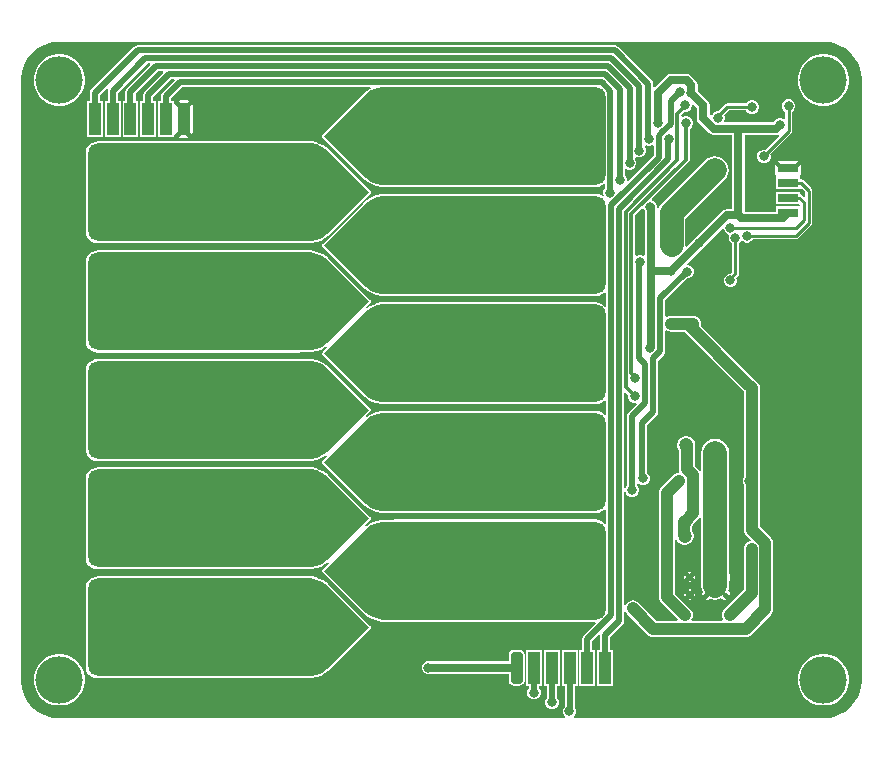
<source format=gbl>
G04*
G04 #@! TF.GenerationSoftware,Altium Limited,Altium Designer,21.6.1 (37)*
G04*
G04 Layer_Physical_Order=2*
G04 Layer_Color=16711680*
%FSLAX44Y44*%
%MOMM*%
G71*
G04*
G04 #@! TF.SameCoordinates,ED4FE337-CE33-4479-A5C8-1B7B9E4D1B90*
G04*
G04*
G04 #@! TF.FilePolarity,Positive*
G04*
G01*
G75*
%ADD10C,0.5000*%
%ADD16C,0.2500*%
%ADD30R,1.0000X2.7000*%
%ADD69C,2.0000*%
%ADD71C,0.7000*%
%ADD73C,1.0000*%
%ADD74C,0.3000*%
%ADD76C,4.0000*%
%ADD77C,0.4000*%
%ADD79C,0.7000*%
%ADD80C,0.8000*%
%ADD81C,1.2000*%
G04:AMPARAMS|DCode=82|XSize=1mm|YSize=2.7mm|CornerRadius=0.25mm|HoleSize=0mm|Usage=FLASHONLY|Rotation=0.000|XOffset=0mm|YOffset=0mm|HoleType=Round|Shape=RoundedRectangle|*
%AMROUNDEDRECTD82*
21,1,1.0000,2.2000,0,0,0.0*
21,1,0.5000,2.7000,0,0,0.0*
1,1,0.5000,0.2500,-1.1000*
1,1,0.5000,-0.2500,-1.1000*
1,1,0.5000,-0.2500,1.1000*
1,1,0.5000,0.2500,1.1000*
%
%ADD82ROUNDEDRECTD82*%
G04:AMPARAMS|DCode=83|XSize=18.75mm|YSize=8.3mm|CornerRadius=0.83mm|HoleSize=0mm|Usage=FLASHONLY|Rotation=0.000|XOffset=0mm|YOffset=0mm|HoleType=Round|Shape=RoundedRectangle|*
%AMROUNDEDRECTD83*
21,1,18.7500,6.6400,0,0,0.0*
21,1,17.0900,8.3000,0,0,0.0*
1,1,1.6600,8.5450,-3.3200*
1,1,1.6600,-8.5450,-3.3200*
1,1,1.6600,-8.5450,3.3200*
1,1,1.6600,8.5450,3.3200*
%
%ADD83ROUNDEDRECTD83*%
%ADD84R,1.7000X0.7000*%
G36*
X1452644Y1300986D02*
X1456754Y1299885D01*
X1460684Y1298257D01*
X1464368Y1296130D01*
X1467742Y1293540D01*
X1470750Y1290533D01*
X1473340Y1287157D01*
X1475467Y1283474D01*
X1477095Y1279544D01*
X1478196Y1275434D01*
X1478751Y1271217D01*
Y1269090D01*
Y761260D01*
Y759133D01*
X1478196Y754916D01*
X1477095Y750807D01*
X1475467Y746876D01*
X1473340Y743192D01*
X1470750Y739818D01*
X1467742Y736810D01*
X1464368Y734220D01*
X1460684Y732093D01*
X1456754Y730465D01*
X1452644Y729364D01*
X1448427Y728809D01*
X1235282D01*
X1234782Y730079D01*
X1236032Y731329D01*
X1236900Y733424D01*
Y735691D01*
X1236032Y737786D01*
X1235767Y738051D01*
Y756371D01*
X1238185D01*
Y786771D01*
X1224785D01*
Y756371D01*
X1227203D01*
Y738622D01*
X1226368Y737786D01*
X1225500Y735691D01*
Y733424D01*
X1226368Y731329D01*
X1227618Y730079D01*
X1227118Y728809D01*
X797273D01*
X793056Y729364D01*
X788947Y730465D01*
X785016Y732093D01*
X781332Y734220D01*
X777958Y736809D01*
X774950Y739818D01*
X772360Y743192D01*
X770233Y746876D01*
X768605Y750807D01*
X767504Y754916D01*
X766949Y759133D01*
Y761260D01*
Y1269090D01*
Y1271217D01*
X767504Y1275434D01*
X768605Y1279544D01*
X770233Y1283474D01*
X772360Y1287158D01*
X774950Y1290532D01*
X777958Y1293540D01*
X781332Y1296130D01*
X785016Y1298257D01*
X788947Y1299885D01*
X793056Y1300986D01*
X797273Y1301541D01*
X1448427D01*
X1452644Y1300986D01*
D02*
G37*
%LPC*%
G36*
X1448437Y1290792D02*
X1444163D01*
X1439970Y1289958D01*
X1436021Y1288323D01*
X1432467Y1285948D01*
X1429444Y1282925D01*
X1427070Y1279371D01*
X1425434Y1275422D01*
X1424600Y1271230D01*
Y1266955D01*
X1425434Y1262763D01*
X1427070Y1258814D01*
X1429444Y1255259D01*
X1432467Y1252237D01*
X1436021Y1249862D01*
X1439970Y1248226D01*
X1444163Y1247393D01*
X1448437D01*
X1452630Y1248226D01*
X1456579Y1249862D01*
X1460133Y1252237D01*
X1463156Y1255259D01*
X1465530Y1258814D01*
X1467166Y1262763D01*
X1468000Y1266955D01*
Y1271230D01*
X1467166Y1275422D01*
X1465530Y1279371D01*
X1463156Y1282925D01*
X1460133Y1285948D01*
X1456579Y1288323D01*
X1452630Y1289958D01*
X1448437Y1290792D01*
D02*
G37*
G36*
X801537D02*
X797263D01*
X793070Y1289958D01*
X789121Y1288323D01*
X785567Y1285948D01*
X782544Y1282925D01*
X780170Y1279371D01*
X778534Y1275422D01*
X777700Y1271230D01*
Y1266955D01*
X778534Y1262763D01*
X780170Y1258814D01*
X782544Y1255259D01*
X785567Y1252237D01*
X789121Y1249862D01*
X793070Y1248226D01*
X797263Y1247393D01*
X801537D01*
X805730Y1248226D01*
X809679Y1249862D01*
X813233Y1252237D01*
X816255Y1255259D01*
X818630Y1258814D01*
X820266Y1262763D01*
X821100Y1266955D01*
Y1271230D01*
X820266Y1275422D01*
X818630Y1279371D01*
X816255Y1282925D01*
X813233Y1285948D01*
X809679Y1288323D01*
X805730Y1289958D01*
X801537Y1290792D01*
D02*
G37*
G36*
X907110Y1252139D02*
X902110D01*
X900183Y1251755D01*
X904610Y1247328D01*
X909037Y1251755D01*
X907110Y1252139D01*
D02*
G37*
G36*
X904610Y1224671D02*
X900183Y1220245D01*
X902110Y1219861D01*
X907110D01*
X909037Y1220245D01*
X904610Y1224671D01*
D02*
G37*
G36*
X1269595Y1298575D02*
X865592D01*
X863954Y1298249D01*
X862564Y1297320D01*
X826582Y1261338D01*
X825653Y1259949D01*
X825328Y1258310D01*
Y1251200D01*
X822910D01*
Y1220800D01*
X836310D01*
Y1251200D01*
X833892D01*
Y1256536D01*
X839532Y1262176D01*
X840588Y1261571D01*
X840642Y1261490D01*
X840328Y1259910D01*
Y1251200D01*
X837910D01*
Y1220800D01*
X851310D01*
Y1251200D01*
X848892D01*
Y1258136D01*
X874066Y1283310D01*
X875895D01*
X876381Y1282137D01*
X856582Y1262338D01*
X855653Y1260948D01*
X855328Y1259310D01*
Y1251200D01*
X852910D01*
Y1220800D01*
X866310D01*
Y1251200D01*
X863892D01*
Y1257536D01*
X882966Y1276610D01*
X886795D01*
X887281Y1275437D01*
X871582Y1259738D01*
X870654Y1258348D01*
X870328Y1256710D01*
Y1251200D01*
X867910D01*
Y1220800D01*
X881310D01*
Y1251200D01*
X878892D01*
Y1254936D01*
X893866Y1269910D01*
X896495D01*
X896981Y1268737D01*
X886582Y1258338D01*
X885653Y1256948D01*
X885328Y1255310D01*
Y1251200D01*
X882910D01*
Y1220800D01*
X896310D01*
Y1222323D01*
X896732Y1222451D01*
X903195Y1228914D01*
X904610Y1227500D01*
X906024Y1228914D01*
X911865Y1223073D01*
X912249Y1225000D01*
Y1247000D01*
X911865Y1248927D01*
X906024Y1243086D01*
X904610Y1244500D01*
X903195Y1243086D01*
X896732Y1249549D01*
X896310Y1249677D01*
Y1251200D01*
X893892D01*
Y1253536D01*
X903566Y1263210D01*
X1062835D01*
X1063091Y1261966D01*
X1062817Y1261848D01*
X1062676Y1261751D01*
X1062519Y1261684D01*
X1058420Y1258864D01*
X1058301Y1258741D01*
X1058160Y1258645D01*
X1056435Y1256872D01*
X1022381Y1222818D01*
X1022005Y1222256D01*
X1021873Y1221592D01*
X1022005Y1220929D01*
X1022381Y1220367D01*
X1056241Y1186506D01*
X1056241Y1186506D01*
X1058010Y1184737D01*
X1058152Y1184642D01*
X1058273Y1184522D01*
X1062433Y1181742D01*
X1062591Y1181677D01*
X1062733Y1181582D01*
X1067355Y1179667D01*
X1067523Y1179634D01*
X1067680Y1179568D01*
X1072588Y1178592D01*
X1072758D01*
X1072926Y1178559D01*
X1075427Y1178559D01*
X1082014D01*
X1082417Y1178506D01*
X1253317D01*
X1255927Y1178850D01*
X1258360Y1179857D01*
X1260265Y1181319D01*
X1261535Y1180994D01*
Y1177524D01*
X1260904Y1176893D01*
X1260036Y1174798D01*
Y1172530D01*
X1260514Y1171376D01*
X1259471Y1170575D01*
X1258360Y1171428D01*
X1255927Y1172436D01*
X1253317Y1172779D01*
X1082417D01*
X1082014Y1172726D01*
X1075427D01*
X1075416Y1172724D01*
X1075404Y1172726D01*
X1072916Y1172692D01*
X1072749Y1172657D01*
X1072579Y1172655D01*
X1067712Y1171618D01*
X1067555Y1171551D01*
X1067388Y1171515D01*
X1062817Y1169549D01*
X1062676Y1169452D01*
X1062519Y1169385D01*
X1058420Y1166564D01*
X1058301Y1166442D01*
X1058160Y1166345D01*
X1056435Y1164573D01*
X1022381Y1130519D01*
X1022005Y1129956D01*
X1021873Y1129293D01*
X1022005Y1128630D01*
X1022381Y1128067D01*
X1056241Y1094207D01*
X1056241Y1094207D01*
X1058010Y1092438D01*
X1058152Y1092343D01*
X1058273Y1092222D01*
X1062433Y1089443D01*
X1062591Y1089377D01*
X1062733Y1089282D01*
X1067355Y1087368D01*
X1067523Y1087334D01*
X1067680Y1087269D01*
X1072588Y1086293D01*
X1072758D01*
X1072926Y1086260D01*
X1075427Y1086260D01*
X1082014D01*
X1082417Y1086207D01*
X1253317D01*
X1255927Y1086551D01*
X1258360Y1087558D01*
X1260449Y1089161D01*
X1261098Y1090006D01*
X1262368Y1089575D01*
Y1077710D01*
X1261098Y1077279D01*
X1260449Y1078124D01*
X1258360Y1079727D01*
X1255927Y1080735D01*
X1253317Y1081079D01*
X1082417D01*
X1082014Y1081026D01*
X1075427D01*
X1075416Y1081023D01*
X1075404Y1081026D01*
X1072916Y1080992D01*
X1072749Y1080956D01*
X1072579Y1080954D01*
X1067712Y1079917D01*
X1067555Y1079850D01*
X1067388Y1079814D01*
X1062817Y1077848D01*
X1062676Y1077751D01*
X1062519Y1077684D01*
X1059629Y1075696D01*
X1058813Y1076676D01*
X1062819Y1080682D01*
X1063195Y1081244D01*
X1063327Y1081908D01*
X1063195Y1082571D01*
X1062819Y1083133D01*
X1028959Y1116994D01*
X1028959Y1116994D01*
X1027190Y1118763D01*
X1027048Y1118857D01*
X1026927Y1118978D01*
X1022767Y1121758D01*
X1022609Y1121823D01*
X1022467Y1121918D01*
X1017845Y1123833D01*
X1017677Y1123866D01*
X1017520Y1123931D01*
X1012612Y1124908D01*
X1012442D01*
X1012274Y1124941D01*
X1009773Y1124941D01*
X1009773Y1124941D01*
X1003186D01*
X1002783Y1124994D01*
X831883D01*
X829273Y1124650D01*
X826840Y1123643D01*
X824751Y1122040D01*
X823148Y1119951D01*
X822141Y1117518D01*
X821797Y1114908D01*
Y1048508D01*
X822141Y1045897D01*
X823148Y1043464D01*
X824751Y1041375D01*
X826840Y1039772D01*
X829273Y1038765D01*
X831883Y1038421D01*
X1002783D01*
X1003186Y1038474D01*
X1009773D01*
X1009784Y1038476D01*
X1009796Y1038474D01*
X1012284Y1038508D01*
X1012451Y1038544D01*
X1012622Y1038546D01*
X1017488Y1039583D01*
X1017645Y1039650D01*
X1017812Y1039686D01*
X1022383Y1041652D01*
X1022524Y1041749D01*
X1022681Y1041816D01*
X1025571Y1043804D01*
X1026387Y1042824D01*
X1022381Y1038818D01*
X1022005Y1038256D01*
X1021873Y1037592D01*
X1022005Y1036929D01*
X1022381Y1036367D01*
X1056241Y1002506D01*
X1056241Y1002506D01*
X1058010Y1000737D01*
X1058152Y1000642D01*
X1058273Y1000522D01*
X1062433Y997742D01*
X1062591Y997677D01*
X1062733Y997582D01*
X1067355Y995667D01*
X1067523Y995634D01*
X1067680Y995568D01*
X1072588Y994592D01*
X1072758D01*
X1072926Y994559D01*
X1075427Y994559D01*
X1082014D01*
X1082417Y994506D01*
X1253317D01*
X1255927Y994850D01*
X1258360Y995857D01*
X1260449Y997460D01*
X1261098Y998306D01*
X1262368Y997875D01*
Y985710D01*
X1261098Y985279D01*
X1260449Y986124D01*
X1258360Y987727D01*
X1255927Y988735D01*
X1253317Y989079D01*
X1082417D01*
X1082014Y989026D01*
X1075427D01*
X1075416Y989023D01*
X1075404Y989026D01*
X1072916Y988992D01*
X1072749Y988956D01*
X1072579Y988954D01*
X1067712Y987917D01*
X1067555Y987850D01*
X1067388Y987814D01*
X1062817Y985848D01*
X1062676Y985751D01*
X1062519Y985684D01*
X1059629Y983696D01*
X1058813Y984676D01*
X1062819Y988682D01*
X1063195Y989244D01*
X1063327Y989908D01*
X1063195Y990571D01*
X1062819Y991133D01*
X1028959Y1024994D01*
X1028959Y1024994D01*
X1027190Y1026763D01*
X1027048Y1026858D01*
X1026927Y1026978D01*
X1022767Y1029758D01*
X1022609Y1029823D01*
X1022467Y1029918D01*
X1017845Y1031833D01*
X1017677Y1031866D01*
X1017520Y1031931D01*
X1012612Y1032907D01*
X1012442D01*
X1012274Y1032941D01*
X1009773Y1032941D01*
X1009773Y1032941D01*
X1003186D01*
X1002783Y1032994D01*
X831883D01*
X829273Y1032650D01*
X826840Y1031643D01*
X824751Y1030040D01*
X823148Y1027951D01*
X822141Y1025518D01*
X821797Y1022907D01*
Y956507D01*
X822141Y953897D01*
X823148Y951464D01*
X824751Y949375D01*
X826840Y947773D01*
X829273Y946765D01*
X831883Y946421D01*
X1002783D01*
X1003186Y946474D01*
X1009773D01*
X1009784Y946477D01*
X1009796Y946474D01*
X1012284Y946508D01*
X1012451Y946544D01*
X1012622Y946546D01*
X1017488Y947582D01*
X1017645Y947650D01*
X1017812Y947685D01*
X1022383Y949652D01*
X1022524Y949749D01*
X1022681Y949816D01*
X1025571Y951804D01*
X1026387Y950824D01*
X1022381Y946818D01*
X1022005Y946256D01*
X1021873Y945592D01*
X1022005Y944929D01*
X1022381Y944367D01*
X1056241Y910506D01*
X1056241Y910506D01*
X1058010Y908737D01*
X1058152Y908643D01*
X1058273Y908522D01*
X1062433Y905742D01*
X1062591Y905677D01*
X1062733Y905582D01*
X1067355Y903667D01*
X1067523Y903634D01*
X1067680Y903568D01*
X1072588Y902592D01*
X1072758D01*
X1072926Y902559D01*
X1075427Y902559D01*
X1082014D01*
X1082417Y902506D01*
X1253317D01*
X1255927Y902850D01*
X1258360Y903857D01*
X1260449Y905460D01*
X1261098Y906306D01*
X1262368Y905875D01*
Y893643D01*
X1261098Y893212D01*
X1260422Y894092D01*
X1258333Y895695D01*
X1255901Y896702D01*
X1253290Y897046D01*
X1082390D01*
X1081988Y896993D01*
X1075401D01*
X1075389Y896991D01*
X1075377Y896993D01*
X1072890Y896959D01*
X1072723Y896924D01*
X1072552Y896922D01*
X1067685Y895885D01*
X1067528Y895817D01*
X1067361Y895782D01*
X1062790Y893816D01*
X1062650Y893719D01*
X1062493Y893652D01*
X1058624Y890990D01*
X1057808Y891970D01*
X1062819Y896981D01*
X1063195Y897544D01*
X1063327Y898207D01*
X1063195Y898870D01*
X1062819Y899433D01*
X1028959Y933293D01*
X1028959Y933293D01*
X1027190Y935062D01*
X1027048Y935157D01*
X1026927Y935278D01*
X1022767Y938057D01*
X1022609Y938123D01*
X1022467Y938217D01*
X1017845Y940132D01*
X1017677Y940165D01*
X1017520Y940231D01*
X1012612Y941207D01*
X1012442D01*
X1012274Y941240D01*
X1009773Y941240D01*
X1009773Y941240D01*
X1003186D01*
X1002783Y941293D01*
X831883D01*
X829273Y940949D01*
X826840Y939942D01*
X824751Y938339D01*
X823148Y936250D01*
X822141Y933817D01*
X821797Y931207D01*
Y864807D01*
X822141Y862196D01*
X823148Y859764D01*
X824751Y857675D01*
X826840Y856072D01*
X829273Y855064D01*
X831883Y854721D01*
X1002783D01*
X1003186Y854774D01*
X1009773D01*
X1009784Y854776D01*
X1009796Y854774D01*
X1012284Y854807D01*
X1012451Y854843D01*
X1012622Y854845D01*
X1017488Y855882D01*
X1017645Y855949D01*
X1017812Y855985D01*
X1022383Y857951D01*
X1022524Y858048D01*
X1022681Y858115D01*
X1026549Y860777D01*
X1027365Y859797D01*
X1022354Y854786D01*
X1021978Y854223D01*
X1021846Y853560D01*
X1021978Y852897D01*
X1022354Y852334D01*
X1056215Y818474D01*
X1056215Y818474D01*
X1057984Y816705D01*
X1058126Y816610D01*
X1058246Y816489D01*
X1062406Y813709D01*
X1062564Y813644D01*
X1062706Y813549D01*
X1067329Y811635D01*
X1067496Y811601D01*
X1067654Y811536D01*
X1072561Y810560D01*
X1072732D01*
X1072899Y810527D01*
X1075401Y810527D01*
X1081988D01*
X1082390Y810474D01*
X1253029D01*
X1253743Y809391D01*
X1243457Y799105D01*
X1242529Y797716D01*
X1242203Y796077D01*
Y786771D01*
X1239785D01*
Y756371D01*
X1253185D01*
Y786771D01*
X1250767D01*
Y794303D01*
X1255972Y799508D01*
X1256622Y799338D01*
X1257203Y798943D01*
Y786771D01*
X1254785D01*
Y756371D01*
X1268185D01*
Y786771D01*
X1265767D01*
Y797411D01*
X1276378Y808022D01*
X1277306Y809411D01*
X1277632Y811050D01*
Y818661D01*
X1278902Y818914D01*
X1279148Y818321D01*
X1280222Y816921D01*
X1297542Y799602D01*
X1298941Y798528D01*
X1300571Y797852D01*
X1302320Y797622D01*
X1380680D01*
X1382429Y797852D01*
X1384059Y798528D01*
X1385458Y799602D01*
X1402045Y816189D01*
X1403120Y817588D01*
X1403795Y819218D01*
X1404025Y820967D01*
Y876879D01*
X1403795Y878628D01*
X1403120Y880258D01*
X1402046Y881658D01*
X1392458Y891245D01*
Y1008100D01*
X1392227Y1009849D01*
X1391552Y1011479D01*
X1390478Y1012878D01*
X1385678Y1017678D01*
X1342527Y1060830D01*
X1342625Y1061067D01*
X1342856Y1062816D01*
X1342625Y1064565D01*
X1341950Y1066195D01*
X1340876Y1067594D01*
X1339477Y1068668D01*
X1337847Y1069343D01*
X1336098Y1069574D01*
X1317302D01*
X1315553Y1069343D01*
X1313923Y1068668D01*
X1313654Y1068462D01*
X1312384Y1069088D01*
Y1082428D01*
X1331056Y1101100D01*
X1331834D01*
X1333929Y1101968D01*
X1335532Y1103571D01*
X1336400Y1105666D01*
Y1107934D01*
X1335532Y1110029D01*
X1333929Y1111632D01*
X1331834Y1112500D01*
X1331588D01*
X1331102Y1113673D01*
X1342948Y1125520D01*
X1343910Y1125918D01*
X1345513Y1127522D01*
X1345911Y1128483D01*
X1360527Y1143098D01*
X1361873Y1142649D01*
X1362568Y1140971D01*
X1364171Y1139368D01*
X1365625Y1138766D01*
X1366403Y1137327D01*
X1366150Y1136715D01*
Y1134447D01*
X1367018Y1132352D01*
X1368621Y1130749D01*
X1368842Y1130657D01*
Y1106584D01*
X1367458Y1105200D01*
X1366366D01*
X1364271Y1104332D01*
X1362668Y1102729D01*
X1361800Y1100634D01*
Y1098366D01*
X1362668Y1096271D01*
X1364271Y1094668D01*
X1366366Y1093800D01*
X1368634D01*
X1370729Y1094668D01*
X1372332Y1096271D01*
X1373200Y1098366D01*
Y1100634D01*
X1372672Y1101907D01*
X1373977Y1103211D01*
X1374629Y1104187D01*
X1374858Y1105338D01*
Y1130657D01*
X1375079Y1130749D01*
X1376682Y1132352D01*
X1376759Y1132537D01*
X1378004Y1132785D01*
X1378371Y1132418D01*
X1380466Y1131550D01*
X1382734D01*
X1384829Y1132418D01*
X1386432Y1134021D01*
X1386524Y1134242D01*
X1422850D01*
X1424001Y1134471D01*
X1424977Y1135123D01*
X1436130Y1146276D01*
X1436782Y1147251D01*
X1437011Y1148402D01*
Y1175502D01*
X1436782Y1176653D01*
X1436130Y1177629D01*
X1429682Y1184077D01*
X1428707Y1184729D01*
X1427556Y1184958D01*
X1426587D01*
Y1187140D01*
X1426588Y1187150D01*
X1426611Y1188410D01*
X1427427D01*
Y1197662D01*
X1422802Y1193036D01*
X1419973Y1195864D01*
X1424599Y1200490D01*
X1408176D01*
X1412802Y1195864D01*
X1409973Y1193036D01*
X1405347Y1197662D01*
Y1188410D01*
X1406163D01*
X1406187Y1187150D01*
X1406187Y1187140D01*
Y1176750D01*
X1426587D01*
Y1177005D01*
X1427761Y1177491D01*
X1430995Y1174257D01*
Y1170223D01*
X1429822Y1169737D01*
X1427982Y1171577D01*
X1427007Y1172229D01*
X1426587Y1172312D01*
Y1174650D01*
X1406187D01*
Y1164250D01*
X1425894D01*
X1426458Y1163200D01*
X1425894Y1162150D01*
X1416900D01*
X1416387Y1162252D01*
X1415875Y1162150D01*
X1406187D01*
Y1157643D01*
X1379702D01*
Y1222645D01*
X1405975D01*
X1408004Y1223049D01*
X1408089Y1223106D01*
X1408899Y1222120D01*
X1397069Y1210290D01*
X1397043Y1210300D01*
X1394775D01*
X1392680Y1209432D01*
X1391077Y1207829D01*
X1390209Y1205734D01*
Y1203466D01*
X1391077Y1201372D01*
X1392680Y1199768D01*
X1394775Y1198900D01*
X1397043D01*
X1399138Y1199768D01*
X1400741Y1201372D01*
X1401609Y1203466D01*
Y1205734D01*
X1401437Y1206150D01*
X1419027Y1223740D01*
X1419679Y1224716D01*
X1419908Y1225867D01*
Y1242176D01*
X1420129Y1242268D01*
X1421732Y1243871D01*
X1422600Y1245966D01*
Y1248234D01*
X1421732Y1250329D01*
X1420129Y1251932D01*
X1418034Y1252800D01*
X1415766D01*
X1413671Y1251932D01*
X1412068Y1250329D01*
X1411200Y1248234D01*
Y1245966D01*
X1412068Y1243871D01*
X1413671Y1242268D01*
X1413892Y1242176D01*
Y1236431D01*
X1412719Y1235944D01*
X1412679Y1235984D01*
X1410584Y1236852D01*
X1408316D01*
X1406221Y1235984D01*
X1404618Y1234381D01*
X1404149Y1233249D01*
X1363075D01*
X1362333Y1234519D01*
X1362952Y1236014D01*
Y1238281D01*
X1362425Y1239555D01*
X1366263Y1243392D01*
X1380876D01*
X1380968Y1243171D01*
X1382571Y1241568D01*
X1384666Y1240700D01*
X1386934D01*
X1389029Y1241568D01*
X1390632Y1243171D01*
X1391500Y1245266D01*
Y1247534D01*
X1390632Y1249629D01*
X1389029Y1251232D01*
X1386934Y1252100D01*
X1384666D01*
X1382571Y1251232D01*
X1380968Y1249629D01*
X1380876Y1249408D01*
X1365017D01*
X1363866Y1249179D01*
X1362890Y1248527D01*
X1362890Y1248527D01*
X1357211Y1242847D01*
X1356119D01*
X1354024Y1241980D01*
X1352420Y1240376D01*
X1352001Y1239364D01*
X1350628Y1239015D01*
X1349895Y1239614D01*
Y1247909D01*
X1349492Y1249938D01*
X1348342Y1251658D01*
X1339804Y1260196D01*
Y1264900D01*
X1339401Y1266928D01*
X1338251Y1268649D01*
X1334151Y1272749D01*
X1332431Y1273898D01*
X1330402Y1274302D01*
X1317000D01*
X1314971Y1273898D01*
X1313251Y1272749D01*
X1303578Y1263076D01*
X1302308Y1263602D01*
Y1265862D01*
X1301982Y1267501D01*
X1301054Y1268890D01*
X1272623Y1297320D01*
X1271234Y1298249D01*
X1269595Y1298575D01*
D02*
G37*
G36*
X1002810Y1217326D02*
X831910D01*
X829299Y1216983D01*
X826867Y1215975D01*
X824778Y1214372D01*
X823175Y1212283D01*
X822167Y1209850D01*
X821824Y1207240D01*
Y1140840D01*
X822167Y1138230D01*
X823175Y1135797D01*
X824778Y1133708D01*
X826867Y1132105D01*
X829299Y1131097D01*
X831910Y1130754D01*
X1002810D01*
X1003212Y1130807D01*
X1009799D01*
X1009811Y1130809D01*
X1009823Y1130807D01*
X1012310Y1130841D01*
X1012477Y1130876D01*
X1012648Y1130878D01*
X1017515Y1131915D01*
X1017672Y1131982D01*
X1017839Y1132018D01*
X1022410Y1133984D01*
X1022550Y1134081D01*
X1022707Y1134148D01*
X1026807Y1136969D01*
X1026926Y1137091D01*
X1027066Y1137188D01*
X1028792Y1138960D01*
X1062846Y1173014D01*
X1063222Y1173577D01*
X1063354Y1174240D01*
X1063222Y1174903D01*
X1062846Y1175466D01*
X1028985Y1209326D01*
X1028985Y1209326D01*
X1027216Y1211095D01*
X1027075Y1211190D01*
X1026954Y1211311D01*
X1022794Y1214090D01*
X1022636Y1214156D01*
X1022494Y1214251D01*
X1017871Y1216165D01*
X1017704Y1216199D01*
X1017546Y1216264D01*
X1012639Y1217240D01*
X1012468D01*
X1012301Y1217273D01*
X1009799Y1217273D01*
X1009799Y1217273D01*
X1003212D01*
X1002810Y1217326D01*
D02*
G37*
G36*
X1188985Y786853D02*
X1183985D01*
X1182346Y786527D01*
X1180957Y785599D01*
X1180029Y784210D01*
X1179703Y782571D01*
Y776873D01*
X1113966D01*
X1113005Y777271D01*
X1110737D01*
X1108642Y776403D01*
X1107039Y774800D01*
X1106171Y772705D01*
Y770437D01*
X1107039Y768342D01*
X1108642Y766739D01*
X1110737Y765871D01*
X1113005D01*
X1113966Y766269D01*
X1179703D01*
Y760571D01*
X1180029Y758932D01*
X1180957Y757543D01*
X1182346Y756615D01*
X1183985Y756289D01*
X1188985D01*
X1190624Y756615D01*
X1192013Y757543D01*
X1192941Y758932D01*
X1193267Y760571D01*
Y782571D01*
X1192941Y784210D01*
X1192013Y785599D01*
X1190624Y786527D01*
X1188985Y786853D01*
D02*
G37*
G36*
X1002783Y848994D02*
X831883D01*
X829273Y848650D01*
X826840Y847643D01*
X824751Y846040D01*
X823148Y843951D01*
X822141Y841518D01*
X821797Y838907D01*
Y772507D01*
X822141Y769897D01*
X823148Y767464D01*
X824751Y765375D01*
X826840Y763773D01*
X829273Y762765D01*
X831883Y762421D01*
X1002783D01*
X1003186Y762474D01*
X1009773D01*
X1009784Y762477D01*
X1009796Y762474D01*
X1012284Y762508D01*
X1012451Y762544D01*
X1012622Y762546D01*
X1017488Y763583D01*
X1017645Y763650D01*
X1017812Y763686D01*
X1022383Y765652D01*
X1022524Y765749D01*
X1022681Y765816D01*
X1026780Y768636D01*
X1026899Y768759D01*
X1027040Y768855D01*
X1028765Y770628D01*
X1062819Y804682D01*
X1063195Y805244D01*
X1063327Y805908D01*
X1063195Y806571D01*
X1062819Y807133D01*
X1028959Y840994D01*
X1028959Y840994D01*
X1027190Y842763D01*
X1027048Y842858D01*
X1026927Y842978D01*
X1022767Y845758D01*
X1022609Y845823D01*
X1022467Y845918D01*
X1017845Y847833D01*
X1017677Y847866D01*
X1017520Y847931D01*
X1012612Y848907D01*
X1012442D01*
X1012274Y848941D01*
X1009773Y848941D01*
X1009773Y848941D01*
X1003186D01*
X1002783Y848994D01*
D02*
G37*
G36*
X1208185Y786771D02*
X1194785D01*
Y756371D01*
X1196930D01*
Y754162D01*
X1196380Y753612D01*
X1195513Y751517D01*
Y749250D01*
X1196380Y747155D01*
X1197984Y745551D01*
X1200079Y744684D01*
X1202346D01*
X1204442Y745551D01*
X1206045Y747155D01*
X1206913Y749250D01*
Y751517D01*
X1206045Y753612D01*
X1205495Y754162D01*
Y756371D01*
X1208185D01*
Y786771D01*
D02*
G37*
G36*
X1448437Y782958D02*
X1444163D01*
X1439970Y782124D01*
X1436021Y780488D01*
X1432467Y778113D01*
X1429444Y775091D01*
X1427070Y771536D01*
X1425434Y767587D01*
X1424600Y763395D01*
Y759120D01*
X1425434Y754928D01*
X1427070Y750979D01*
X1429444Y747425D01*
X1432467Y744402D01*
X1436021Y742027D01*
X1439970Y740392D01*
X1444163Y739558D01*
X1448437D01*
X1452630Y740392D01*
X1456579Y742027D01*
X1460133Y744402D01*
X1463156Y747425D01*
X1465530Y750979D01*
X1467166Y754928D01*
X1468000Y759120D01*
Y763395D01*
X1467166Y767587D01*
X1465530Y771536D01*
X1463156Y775091D01*
X1460133Y778113D01*
X1456579Y780488D01*
X1452630Y782124D01*
X1448437Y782958D01*
D02*
G37*
G36*
X801537D02*
X797263D01*
X793070Y782124D01*
X789121Y780488D01*
X785567Y778113D01*
X782544Y775091D01*
X780170Y771536D01*
X778534Y767587D01*
X777700Y763395D01*
Y759120D01*
X778534Y754928D01*
X780170Y750979D01*
X782544Y747425D01*
X785567Y744402D01*
X789121Y742027D01*
X793070Y740392D01*
X797263Y739558D01*
X801537D01*
X805730Y740392D01*
X809679Y742027D01*
X813233Y744402D01*
X816255Y747425D01*
X818630Y750979D01*
X820266Y754928D01*
X821100Y759120D01*
Y763395D01*
X820266Y767587D01*
X818630Y771536D01*
X816255Y775091D01*
X813233Y778113D01*
X809679Y780488D01*
X805730Y782124D01*
X801537Y782958D01*
D02*
G37*
G36*
X1223185Y786771D02*
X1209785D01*
Y756371D01*
X1212203D01*
Y745962D01*
X1211653Y745412D01*
X1210785Y743317D01*
Y741050D01*
X1211653Y738955D01*
X1213256Y737351D01*
X1215351Y736484D01*
X1217619D01*
X1219714Y737351D01*
X1221317Y738955D01*
X1222185Y741050D01*
Y743317D01*
X1221317Y745412D01*
X1220767Y745962D01*
Y756371D01*
X1223185D01*
Y786771D01*
D02*
G37*
%LPD*%
G36*
X1138906Y1180293D02*
X1075427D01*
X1072926Y1180292D01*
X1068018Y1181268D01*
X1063396Y1183183D01*
X1059236Y1185963D01*
X1057467Y1187732D01*
X1023606Y1221592D01*
X1057667Y1255653D01*
X1057667Y1255653D01*
X1059402Y1257436D01*
X1063502Y1260256D01*
X1068073Y1262222D01*
X1072940Y1263259D01*
X1075427Y1263292D01*
X1138906Y1263292D01*
Y1180293D01*
D02*
G37*
G36*
X1297466Y1213131D02*
X1299734D01*
X1301248Y1213758D01*
X1302518Y1213029D01*
Y1204905D01*
X1280987Y1183374D01*
X1279717Y1183901D01*
Y1185634D01*
X1278849Y1187729D01*
X1277982Y1188596D01*
Y1193497D01*
X1279252Y1194051D01*
X1281066Y1193300D01*
X1283334D01*
X1285429Y1194168D01*
X1287032Y1195771D01*
X1287900Y1197866D01*
Y1200134D01*
X1287032Y1202229D01*
X1286893Y1202367D01*
X1286991Y1203329D01*
X1288197Y1204043D01*
X1289266Y1203600D01*
X1291534D01*
X1293629Y1204468D01*
X1295232Y1206071D01*
X1296100Y1208166D01*
Y1210434D01*
X1295232Y1212529D01*
X1295842Y1213699D01*
X1295952Y1213758D01*
X1297466Y1213131D01*
D02*
G37*
G36*
X1138906Y1087993D02*
X1075427D01*
X1072926Y1087993D01*
X1068018Y1088969D01*
X1063396Y1090884D01*
X1059236Y1093663D01*
X1057467Y1095433D01*
X1023606Y1129293D01*
X1057667Y1163353D01*
X1057667Y1163353D01*
X1059402Y1165136D01*
X1063502Y1167956D01*
X1068073Y1169923D01*
X1072940Y1170959D01*
X1075427Y1170993D01*
X1138906Y1170993D01*
Y1087993D01*
D02*
G37*
G36*
X1339291Y1245713D02*
Y1236796D01*
X1339695Y1234767D01*
X1340844Y1233047D01*
X1349693Y1224198D01*
X1351413Y1223049D01*
X1353442Y1222645D01*
X1369098D01*
Y1159890D01*
X1364519D01*
X1362490Y1159487D01*
X1360770Y1158337D01*
X1338413Y1135981D01*
X1337452Y1135583D01*
X1335849Y1133979D01*
X1335450Y1133018D01*
X1330565Y1128132D01*
X1329426Y1128694D01*
X1329501Y1129266D01*
Y1151409D01*
X1362547Y1184455D01*
X1364422Y1186899D01*
X1365601Y1189746D01*
X1366003Y1192800D01*
X1365601Y1195854D01*
X1364422Y1198700D01*
X1362547Y1201144D01*
X1360103Y1203020D01*
X1357257Y1204199D01*
X1354202Y1204601D01*
X1351148Y1204199D01*
X1348302Y1203020D01*
X1345858Y1201144D01*
X1309355Y1164642D01*
X1307480Y1162198D01*
X1306722Y1160368D01*
X1305721Y1160428D01*
X1305472Y1160494D01*
Y1162761D01*
X1304604Y1164856D01*
X1303001Y1166460D01*
X1301468Y1167095D01*
X1301077Y1168501D01*
X1332048Y1199471D01*
X1332755Y1200530D01*
X1333003Y1201778D01*
Y1227938D01*
X1333174Y1228008D01*
X1334777Y1229612D01*
X1335645Y1231707D01*
Y1233975D01*
X1334777Y1236069D01*
X1333174Y1237673D01*
X1331079Y1238541D01*
X1328811D01*
X1327328Y1237926D01*
X1326189Y1238561D01*
X1326076Y1239640D01*
X1328736Y1242300D01*
X1330334D01*
X1332429Y1243168D01*
X1334032Y1244771D01*
X1334900Y1246866D01*
Y1248308D01*
X1336170Y1248835D01*
X1339291Y1245713D01*
D02*
G37*
G36*
X1017181Y1122231D02*
X1021804Y1120317D01*
X1025964Y1117537D01*
X1027733Y1115768D01*
X1061594Y1081908D01*
X1027533Y1047847D01*
X1027533D01*
X1025798Y1046064D01*
X1021698Y1043244D01*
X1017127Y1041278D01*
X1012260Y1040241D01*
X1009773Y1040208D01*
X946294D01*
Y1123207D01*
X1009773D01*
X1009773Y1123207D01*
X1012274Y1123207D01*
X1017181Y1122231D01*
D02*
G37*
G36*
X1294305Y1159932D02*
X1294848Y1158621D01*
Y1120822D01*
X1293578Y1120081D01*
X1292084Y1120700D01*
X1289816D01*
X1288283Y1120065D01*
X1287013Y1120783D01*
Y1154436D01*
X1292899Y1160322D01*
X1294305Y1159932D01*
D02*
G37*
G36*
X1138906Y996292D02*
X1075427D01*
X1072926Y996292D01*
X1068018Y997269D01*
X1063396Y999183D01*
X1059236Y1001963D01*
X1057467Y1003732D01*
X1023606Y1037592D01*
X1057667Y1071653D01*
X1057667Y1071653D01*
X1059402Y1073436D01*
X1063502Y1076256D01*
X1068073Y1078222D01*
X1072940Y1079259D01*
X1075427Y1079292D01*
X1138906Y1079293D01*
Y996292D01*
D02*
G37*
G36*
X1017181Y1030231D02*
X1021804Y1028317D01*
X1025964Y1025537D01*
X1027733Y1023768D01*
X1061594Y989908D01*
X1027533Y955847D01*
X1027533D01*
X1025798Y954064D01*
X1021698Y951244D01*
X1017127Y949278D01*
X1012260Y948241D01*
X1009773Y948207D01*
X946294D01*
Y1031208D01*
X1009773D01*
X1009773Y1031208D01*
X1012274Y1031208D01*
X1017181Y1030231D01*
D02*
G37*
G36*
X1138906Y904293D02*
X1075427D01*
X1072926Y904293D01*
X1068018Y905268D01*
X1063396Y907183D01*
X1059236Y909963D01*
X1057467Y911732D01*
X1023606Y945592D01*
X1057667Y979653D01*
X1057667Y979653D01*
X1059402Y981436D01*
X1063502Y984256D01*
X1068073Y986222D01*
X1072940Y987259D01*
X1075427Y987292D01*
X1138906Y987292D01*
Y904293D01*
D02*
G37*
G36*
X1017181Y938531D02*
X1021804Y936616D01*
X1025964Y933836D01*
X1027733Y932067D01*
X1061594Y898207D01*
X1027533Y864147D01*
X1027533D01*
X1025798Y862364D01*
X1021698Y859543D01*
X1017127Y857577D01*
X1012260Y856541D01*
X1009773Y856507D01*
X946294D01*
Y939507D01*
X1009773D01*
X1009773Y939507D01*
X1012274Y939507D01*
X1017181Y938531D01*
D02*
G37*
G36*
X1280900Y1002386D02*
Y1000166D01*
X1281768Y998071D01*
X1283371Y996468D01*
X1285466Y995600D01*
X1287548D01*
X1287920Y995101D01*
X1288171Y994427D01*
X1281320Y987576D01*
X1280392Y986187D01*
X1280066Y984548D01*
Y925830D01*
X1279516Y925281D01*
X1278902Y923798D01*
X1277632Y924051D01*
Y1003994D01*
X1278805Y1004480D01*
X1280900Y1002386D01*
D02*
G37*
G36*
X1138880Y812260D02*
X1075401D01*
X1072899Y812260D01*
X1067992Y813236D01*
X1063369Y815151D01*
X1059209Y817931D01*
X1057440Y819699D01*
X1023580Y853560D01*
X1057640Y887620D01*
X1057640Y887620D01*
X1059376Y889403D01*
X1063475Y892224D01*
X1068046Y894190D01*
X1072913Y895226D01*
X1075401Y895260D01*
X1138880Y895260D01*
Y812260D01*
D02*
G37*
G36*
X1313923Y1056964D02*
X1315553Y1056288D01*
X1317302Y1056058D01*
X1328185D01*
X1376122Y1008121D01*
X1378942Y1005301D01*
Y933103D01*
X1378868Y933029D01*
X1378000Y930934D01*
Y928666D01*
X1378868Y926571D01*
X1378942Y926497D01*
Y888446D01*
X1379173Y886697D01*
X1379848Y885067D01*
X1380921Y883668D01*
X1384573Y880017D01*
X1384117Y878676D01*
X1383751Y878627D01*
X1382121Y877952D01*
X1380721Y876878D01*
X1379648Y875479D01*
X1378972Y873849D01*
X1378742Y872100D01*
Y837319D01*
X1362281Y820858D01*
X1361207Y819459D01*
X1360532Y817829D01*
X1360302Y816080D01*
X1360532Y814331D01*
X1361207Y812701D01*
X1361433Y812408D01*
X1360806Y811138D01*
X1335214D01*
X1334587Y812408D01*
X1334812Y812701D01*
X1335488Y814331D01*
X1335718Y816080D01*
X1335488Y817829D01*
X1334812Y819459D01*
X1333738Y820858D01*
X1320658Y833939D01*
Y879263D01*
X1321928Y879603D01*
X1322639Y878372D01*
X1324072Y876938D01*
X1325828Y875925D01*
X1327786Y875400D01*
X1329814D01*
X1331772Y875925D01*
X1333528Y876938D01*
X1334962Y878372D01*
X1335975Y880128D01*
X1336500Y882086D01*
Y884114D01*
X1335975Y886072D01*
X1335040Y887691D01*
Y890882D01*
X1335875Y892328D01*
X1336091Y893134D01*
X1340578Y897621D01*
X1341529Y898860D01*
X1342107Y898818D01*
X1342799Y898508D01*
Y840700D01*
X1343201Y837646D01*
X1344042Y835615D01*
X1343470Y834233D01*
Y832427D01*
X1343707Y831855D01*
X1346596Y834744D01*
X1349424Y831916D01*
X1346535Y829027D01*
X1347107Y828790D01*
X1348913D01*
X1350582Y829481D01*
X1350737Y829636D01*
X1351546Y829301D01*
X1354600Y828899D01*
X1357654Y829301D01*
X1359750Y830169D01*
X1360438Y829481D01*
X1362107Y828790D01*
X1363913D01*
X1364485Y829027D01*
X1361596Y831916D01*
X1364424Y834744D01*
X1367313Y831855D01*
X1367550Y832427D01*
Y834233D01*
X1366859Y835902D01*
X1365740Y837020D01*
X1365999Y837646D01*
X1366401Y840700D01*
Y845300D01*
X1366859Y845758D01*
X1367550Y847427D01*
Y849233D01*
X1366859Y850902D01*
X1366401Y851359D01*
Y942300D01*
Y953700D01*
X1365999Y956754D01*
X1364820Y959600D01*
X1362944Y962045D01*
X1360500Y963920D01*
X1357654Y965099D01*
X1354600Y965501D01*
X1351546Y965099D01*
X1348699Y963920D01*
X1346255Y962045D01*
X1344380Y959600D01*
X1343201Y956754D01*
X1342799Y953700D01*
Y942300D01*
Y938438D01*
X1342107Y938129D01*
X1341529Y938086D01*
X1340578Y939325D01*
X1337210Y942693D01*
Y957058D01*
X1337245Y957118D01*
X1337770Y959076D01*
Y961104D01*
X1337245Y963062D01*
X1336232Y964818D01*
X1334798Y966252D01*
X1333042Y967265D01*
X1331084Y967790D01*
X1329056D01*
X1327098Y967265D01*
X1325342Y966252D01*
X1323908Y964818D01*
X1322895Y963062D01*
X1322370Y961104D01*
Y959076D01*
X1322895Y957118D01*
X1323695Y955732D01*
Y939893D01*
X1323925Y938145D01*
X1324119Y937677D01*
X1324118Y937658D01*
X1323293Y936351D01*
X1322351Y936227D01*
X1320721Y935552D01*
X1319321Y934478D01*
X1309122Y924278D01*
X1308048Y922879D01*
X1307372Y921249D01*
X1307142Y919500D01*
Y831140D01*
X1307372Y829391D01*
X1308048Y827761D01*
X1309122Y826361D01*
X1323075Y812408D01*
X1322549Y811138D01*
X1305119D01*
X1289778Y826479D01*
X1288379Y827552D01*
X1286749Y828227D01*
X1285000Y828458D01*
X1283251Y828227D01*
X1281621Y827552D01*
X1280222Y826479D01*
X1279148Y825079D01*
X1278902Y824486D01*
X1277632Y824739D01*
Y920052D01*
X1278902Y920305D01*
X1279516Y918823D01*
X1281120Y917219D01*
X1283215Y916352D01*
X1285482D01*
X1287577Y917219D01*
X1289180Y918823D01*
X1290048Y920918D01*
Y923186D01*
X1289180Y925281D01*
X1288722Y925739D01*
X1288848Y926914D01*
X1289975Y927364D01*
X1290271Y927068D01*
X1292366Y926200D01*
X1294634D01*
X1296729Y927068D01*
X1298332Y928671D01*
X1299200Y930766D01*
Y933034D01*
X1298332Y935129D01*
X1297182Y936279D01*
Y977226D01*
X1305228Y985272D01*
X1306156Y986661D01*
X1306482Y988300D01*
Y1008102D01*
X1306452Y1008253D01*
Y1031599D01*
X1311130Y1036276D01*
X1312058Y1037666D01*
X1312384Y1039304D01*
Y1056544D01*
X1313654Y1057170D01*
X1313923Y1056964D01*
D02*
G37*
%LPC*%
G36*
X1333913Y852870D02*
X1332107D01*
X1331535Y852633D01*
X1333010Y851158D01*
X1334485Y852633D01*
X1333913Y852870D01*
D02*
G37*
G36*
X1328707Y849805D02*
X1328470Y849233D01*
Y847427D01*
X1328707Y846855D01*
X1330181Y848330D01*
X1328707Y849805D01*
D02*
G37*
G36*
X1337313D02*
X1335838Y848330D01*
X1337313Y846855D01*
X1337550Y847427D01*
Y849233D01*
X1337313Y849805D01*
D02*
G37*
G36*
X1333010Y845501D02*
X1331535Y844027D01*
X1332107Y843790D01*
X1333913D01*
X1334485Y844027D01*
X1333010Y845501D01*
D02*
G37*
G36*
X1333913Y837870D02*
X1332107D01*
X1331535Y837633D01*
X1333010Y836158D01*
X1334485Y837633D01*
X1333913Y837870D01*
D02*
G37*
G36*
X1328707Y834805D02*
X1328470Y834233D01*
Y832427D01*
X1328707Y831855D01*
X1330181Y833330D01*
X1328707Y834805D01*
D02*
G37*
G36*
X1337313D02*
X1335838Y833330D01*
X1337313Y831855D01*
X1337550Y832427D01*
Y834233D01*
X1337313Y834805D01*
D02*
G37*
G36*
X1333010Y830501D02*
X1331535Y829027D01*
X1332107Y828790D01*
X1333913D01*
X1334485Y829027D01*
X1333010Y830501D01*
D02*
G37*
%LPD*%
G36*
X1017208Y1214564D02*
X1021831Y1212649D01*
X1025991Y1209870D01*
X1027760Y1208101D01*
X1061620Y1174240D01*
X1027560Y1140180D01*
X1027560D01*
X1025824Y1138397D01*
X1021725Y1135576D01*
X1017154Y1133610D01*
X1012287Y1132574D01*
X1009799Y1132540D01*
X946320D01*
Y1215540D01*
X1009799D01*
X1009799Y1215540D01*
X1012301Y1215540D01*
X1017208Y1214564D01*
D02*
G37*
G36*
X1017181Y846231D02*
X1021804Y844317D01*
X1025964Y841537D01*
X1027733Y839768D01*
X1061594Y805908D01*
X1027533Y771847D01*
X1027533D01*
X1025798Y770064D01*
X1021698Y767244D01*
X1017127Y765278D01*
X1012260Y764241D01*
X1009773Y764208D01*
X946294D01*
Y847207D01*
X1009773D01*
X1009773Y847207D01*
X1012274Y847207D01*
X1017181Y846231D01*
D02*
G37*
D10*
X1292900Y934621D02*
Y979000D01*
Y934621D02*
X1292926Y934595D01*
Y932474D02*
X1293500Y931900D01*
X1292926Y932474D02*
Y934595D01*
X1292900Y979000D02*
X1302200Y988300D01*
Y1008102D01*
X1284348Y984548D02*
X1295470Y995670D01*
X1284348Y922052D02*
Y984548D01*
X1302170Y1008132D02*
X1302200Y1008102D01*
X1295470Y995670D02*
Y1028530D01*
X1290500Y1033500D02*
X1295470Y1028530D01*
X1302170Y1033372D02*
X1308102Y1039304D01*
X1302170Y1008132D02*
Y1033372D01*
X1290500Y1033500D02*
Y1114550D01*
X1246485Y796077D02*
X1266650Y816242D01*
X1273350Y811050D02*
Y1160206D01*
X1266650Y816242D02*
Y1162982D01*
X1273350Y1160206D02*
X1315000Y1201857D01*
X1266650Y1162982D02*
X1306800Y1203132D01*
X1261485Y799185D02*
X1273350Y811050D01*
X1306800Y1203132D02*
Y1221984D01*
X1309616Y1224800D02*
X1309623D01*
X1316900Y1232077D01*
X1315000Y1201857D02*
Y1218588D01*
X1306800Y1221984D02*
X1309616Y1224800D01*
X1315000Y1218588D02*
X1315221Y1218809D01*
X1316900Y1232077D02*
Y1251046D01*
X1298026Y1219405D02*
Y1265862D01*
X1269595Y1294292D02*
X1298026Y1265862D01*
Y1219405D02*
X1298600Y1218831D01*
X1290400Y1209300D02*
Y1264013D01*
X1266820Y1287592D02*
X1290400Y1264013D01*
X1282200Y1199000D02*
Y1262737D01*
X1264045Y1280892D02*
X1282200Y1262737D01*
X1261270Y1274192D02*
X1273700Y1261762D01*
Y1184817D02*
X1274017Y1184500D01*
X1273700Y1184817D02*
Y1261762D01*
X1316900Y1251046D02*
X1324854Y1259000D01*
X1308102Y1039304D02*
Y1084202D01*
X1330700Y1106800D01*
X1290500Y1114550D02*
X1290950Y1115000D01*
X872292Y1287592D02*
X1266820D01*
X829610Y1258310D02*
X865592Y1294292D01*
X829610Y1236000D02*
Y1258310D01*
X865592Y1294292D02*
X1269595D01*
X1265817Y1173745D02*
Y1260170D01*
X1265736Y1173664D02*
X1265817Y1173745D01*
X1258494Y1267493D02*
X1265817Y1260170D01*
X901793Y1267493D02*
X1258494D01*
X889610Y1255310D02*
X901793Y1267493D01*
X889610Y1236000D02*
Y1255310D01*
X874610Y1256710D02*
X892092Y1274192D01*
X874610Y1236000D02*
Y1256710D01*
X892092Y1274192D02*
X1261270D01*
X859610Y1236000D02*
Y1259310D01*
X881192Y1280892D01*
X1264045D01*
X844610Y1259910D02*
X872292Y1287592D01*
X844610Y1236000D02*
Y1259910D01*
X1201213Y750384D02*
Y771299D01*
X1261485Y771571D02*
Y799185D01*
X1246485Y771571D02*
Y796077D01*
X1216485Y742184D02*
Y771571D01*
X1231485Y734843D02*
Y771571D01*
X1231200Y734558D02*
X1231485Y734843D01*
D16*
X1357253Y1238636D02*
X1365017Y1246400D01*
X1357253Y1237147D02*
Y1238636D01*
X1416387Y1181950D02*
X1427556D01*
X1434003Y1175502D01*
Y1148402D02*
Y1175502D01*
X1422850Y1137250D02*
X1434003Y1148402D01*
X1416387Y1169450D02*
X1425856D01*
X1429603Y1165702D01*
Y1150702D02*
Y1165702D01*
X1423100Y1144200D02*
X1429603Y1150702D01*
X1371850Y1105338D02*
Y1135581D01*
X1367500Y1099500D02*
Y1100988D01*
X1371850Y1105338D01*
X1365017Y1246400D02*
X1385800D01*
X1367400Y1144200D02*
X1423100D01*
X1395909Y1204600D02*
Y1204876D01*
X1416900Y1225867D01*
Y1247100D01*
X1381600Y1137250D02*
X1422850D01*
D30*
X1246485Y771571D02*
D03*
X1216485D02*
D03*
X1201485D02*
D03*
X859610Y1236000D02*
D03*
X829610D02*
D03*
X844610D02*
D03*
X874610D02*
D03*
X889610D02*
D03*
X1231485Y771571D02*
D03*
X1261485D02*
D03*
D69*
X1317700Y1156298D02*
X1354202Y1192800D01*
X1317700Y1129266D02*
Y1156298D01*
X1354600Y840700D02*
Y942300D01*
Y953700D01*
D71*
X1306226Y1258226D02*
X1317000Y1269000D01*
X1306226Y1233000D02*
Y1258226D01*
X1334502Y1258000D02*
X1344593Y1247909D01*
X1330402Y1269000D02*
X1334502Y1264900D01*
Y1258000D02*
Y1264900D01*
X1317000Y1269000D02*
X1330402D01*
X1344593Y1236796D02*
Y1247909D01*
X1353442Y1227947D02*
X1374400D01*
X1344593Y1236796D02*
X1353442Y1227947D01*
X1300150Y1043220D02*
Y1107532D01*
X1299601Y1042671D02*
X1300150Y1043220D01*
X1299601Y1042400D02*
Y1042671D01*
X1300150Y1107532D02*
Y1160543D01*
X1299964Y1160729D02*
Y1161436D01*
X1299772Y1161628D02*
X1299964Y1161436D01*
Y1160729D02*
X1300150Y1160543D01*
Y1107532D02*
X1317600D01*
X1374400Y1227947D02*
X1405975D01*
X1374400Y1154588D02*
Y1227947D01*
X1111871Y771571D02*
X1186485D01*
X1411778Y1152341D02*
X1416387Y1156950D01*
X1376918Y1152341D02*
X1411778D01*
X1374671Y1154588D02*
X1376918Y1152341D01*
X1374400Y1154588D02*
X1374671D01*
X1317600Y1107669D02*
X1340681Y1130751D01*
X1317600Y1107532D02*
Y1107669D01*
X1340681Y1130751D02*
X1364519Y1154588D01*
X1374400D01*
D73*
X1385700Y888446D02*
Y1008100D01*
X1332500Y1061300D02*
X1380900Y1012900D01*
X1285000Y821700D02*
X1302320Y804380D01*
X1380680D01*
X1397267Y820967D01*
Y876879D01*
X1367060Y816080D02*
X1385500Y834520D01*
Y872100D01*
X1328700Y895300D02*
X1335800Y902400D01*
X1328317Y894917D02*
X1328700Y895300D01*
X1313900Y831140D02*
X1328960Y816080D01*
X1313900Y919500D02*
X1324100Y929700D01*
X1313900Y831140D02*
Y919500D01*
X1328283Y884158D02*
Y893468D01*
X1328800Y883100D02*
Y883641D01*
X1328283Y893468D02*
X1328317Y893503D01*
X1328283Y884158D02*
X1328800Y883641D01*
X1328317Y893503D02*
Y894917D01*
X1335800Y902400D02*
Y934546D01*
X1330453Y939893D02*
X1335800Y934546D01*
X1330453Y939893D02*
Y959707D01*
X1330070Y960090D02*
X1330453Y959707D01*
X1385700Y888446D02*
X1397267Y876879D01*
X1380900Y1012900D02*
X1385700Y1008100D01*
X1317302Y1062816D02*
X1336098D01*
D74*
X1279050Y1008850D02*
Y1157734D01*
Y1008850D02*
X1286600Y1001300D01*
X1287100Y1017002D02*
Y1017910D01*
X1283750Y1021260D02*
X1287100Y1017910D01*
X1283750Y1021260D02*
Y1155788D01*
X1322600Y1240778D02*
X1329200Y1247378D01*
Y1248000D01*
X1322600Y1201284D02*
Y1240778D01*
X1279050Y1157734D02*
X1322600Y1201284D01*
X1329741Y1232636D02*
X1329945Y1232841D01*
X1329741Y1201778D02*
Y1232636D01*
X1283750Y1155788D02*
X1329741Y1201778D01*
D76*
X799400Y1269092D02*
D03*
Y761258D02*
D03*
X1446300D02*
D03*
Y1269092D02*
D03*
D77*
X1348010Y848330D02*
D03*
Y833330D02*
D03*
X1333010D02*
D03*
Y848330D02*
D03*
X1363010D02*
D03*
Y833330D02*
D03*
D79*
X1470000Y1246000D02*
D03*
Y1218000D02*
D03*
Y1190000D02*
D03*
Y1162000D02*
D03*
Y1134000D02*
D03*
Y1106000D02*
D03*
Y1078000D02*
D03*
Y1050000D02*
D03*
Y1022000D02*
D03*
Y994000D02*
D03*
Y966000D02*
D03*
Y938000D02*
D03*
Y910000D02*
D03*
Y882000D02*
D03*
Y854000D02*
D03*
Y826000D02*
D03*
Y798000D02*
D03*
X1463000Y1232000D02*
D03*
X1456000Y1218000D02*
D03*
X1463000Y1204000D02*
D03*
X1456000Y1190000D02*
D03*
X1463000Y1176000D02*
D03*
X1456000Y1162000D02*
D03*
X1463000Y1148000D02*
D03*
X1456000Y1134000D02*
D03*
X1463000Y1120000D02*
D03*
X1456000Y1106000D02*
D03*
X1463000Y1092000D02*
D03*
X1456000Y1078000D02*
D03*
X1463000Y1064000D02*
D03*
X1456000Y1050000D02*
D03*
X1463000Y1036000D02*
D03*
X1456000Y1022000D02*
D03*
X1463000Y1008000D02*
D03*
X1456000Y994000D02*
D03*
X1463000Y980000D02*
D03*
X1456000Y966000D02*
D03*
X1463000Y952000D02*
D03*
X1456000Y938000D02*
D03*
X1463000Y924000D02*
D03*
X1456000Y910000D02*
D03*
X1463000Y896000D02*
D03*
X1456000Y882000D02*
D03*
X1463000Y868000D02*
D03*
X1456000Y854000D02*
D03*
X1463000Y840000D02*
D03*
X1456000Y826000D02*
D03*
X1463000Y812000D02*
D03*
X1456000Y798000D02*
D03*
X1463000Y784000D02*
D03*
X1449000Y1232000D02*
D03*
X1442000Y1218000D02*
D03*
X1449000Y1204000D02*
D03*
X1442000Y1190000D02*
D03*
X1449000Y1176000D02*
D03*
X1442000Y1162000D02*
D03*
X1449000Y1148000D02*
D03*
X1442000Y1134000D02*
D03*
X1449000Y1120000D02*
D03*
X1442000Y1106000D02*
D03*
X1449000Y1092000D02*
D03*
X1442000Y1078000D02*
D03*
X1449000Y1064000D02*
D03*
X1442000Y1050000D02*
D03*
X1449000Y1036000D02*
D03*
X1442000Y1022000D02*
D03*
X1449000Y1008000D02*
D03*
X1442000Y994000D02*
D03*
X1449000Y980000D02*
D03*
X1442000Y966000D02*
D03*
X1449000Y952000D02*
D03*
X1442000Y938000D02*
D03*
X1449000Y924000D02*
D03*
X1442000Y910000D02*
D03*
X1449000Y896000D02*
D03*
X1442000Y882000D02*
D03*
X1449000Y868000D02*
D03*
X1442000Y854000D02*
D03*
X1449000Y840000D02*
D03*
X1442000Y826000D02*
D03*
X1449000Y812000D02*
D03*
X1442000Y798000D02*
D03*
X1435000Y1232000D02*
D03*
Y1204000D02*
D03*
Y1120000D02*
D03*
X1428000Y1106000D02*
D03*
X1435000Y1092000D02*
D03*
X1428000Y1078000D02*
D03*
X1435000Y1064000D02*
D03*
X1428000Y1050000D02*
D03*
X1435000Y1036000D02*
D03*
X1428000Y1022000D02*
D03*
X1435000Y1008000D02*
D03*
X1428000Y994000D02*
D03*
X1435000Y980000D02*
D03*
X1428000Y966000D02*
D03*
X1435000Y952000D02*
D03*
X1428000Y938000D02*
D03*
X1435000Y924000D02*
D03*
X1428000Y910000D02*
D03*
X1435000Y896000D02*
D03*
X1428000Y882000D02*
D03*
X1435000Y868000D02*
D03*
X1428000Y854000D02*
D03*
X1435000Y840000D02*
D03*
X1428000Y826000D02*
D03*
X1435000Y812000D02*
D03*
X1428000Y798000D02*
D03*
X1435000Y784000D02*
D03*
X1428000Y742000D02*
D03*
X1421000Y1288000D02*
D03*
X1414000Y1274000D02*
D03*
X1421000Y1120000D02*
D03*
Y1092000D02*
D03*
Y1064000D02*
D03*
Y1036000D02*
D03*
Y1008000D02*
D03*
Y980000D02*
D03*
Y952000D02*
D03*
Y924000D02*
D03*
Y896000D02*
D03*
Y868000D02*
D03*
Y840000D02*
D03*
Y812000D02*
D03*
Y784000D02*
D03*
Y756000D02*
D03*
X1414000Y742000D02*
D03*
X1407000Y1288000D02*
D03*
X1400000Y1274000D02*
D03*
Y1246000D02*
D03*
X1393000Y1288000D02*
D03*
X1386000Y1274000D02*
D03*
X1379000Y1288000D02*
D03*
X1372000Y1274000D02*
D03*
Y938000D02*
D03*
Y770000D02*
D03*
X1365000Y1288000D02*
D03*
X1351000D02*
D03*
X1344000Y1274000D02*
D03*
X1337000Y1288000D02*
D03*
X1323000D02*
D03*
X1309000D02*
D03*
X1302000Y1274000D02*
D03*
Y938000D02*
D03*
Y910000D02*
D03*
Y882000D02*
D03*
Y854000D02*
D03*
Y826000D02*
D03*
X1295000Y1288000D02*
D03*
X1288000Y910000D02*
D03*
X1295000Y896000D02*
D03*
X1288000Y882000D02*
D03*
X1295000Y868000D02*
D03*
X1288000Y854000D02*
D03*
X1295000Y840000D02*
D03*
X1148000Y798000D02*
D03*
X1134000D02*
D03*
X1141000Y784000D02*
D03*
X1127000D02*
D03*
X1099000D02*
D03*
X1092000Y770000D02*
D03*
X1085000Y784000D02*
D03*
X1078000Y770000D02*
D03*
X1071000Y784000D02*
D03*
X1064000Y770000D02*
D03*
X1057000Y784000D02*
D03*
X1050000Y770000D02*
D03*
X1036000Y1246000D02*
D03*
Y770000D02*
D03*
X1022000Y1246000D02*
D03*
X1008000D02*
D03*
X1015000Y1232000D02*
D03*
X1001000D02*
D03*
X987000D02*
D03*
X952000Y1246000D02*
D03*
X938000D02*
D03*
X924000D02*
D03*
X931000Y1232000D02*
D03*
X917000D02*
D03*
X896000Y742000D02*
D03*
X889000Y756000D02*
D03*
X882000Y742000D02*
D03*
X875000Y756000D02*
D03*
X868000Y742000D02*
D03*
X861000Y756000D02*
D03*
X854000Y742000D02*
D03*
X847000Y1288000D02*
D03*
Y756000D02*
D03*
X840000Y742000D02*
D03*
X833000Y1288000D02*
D03*
X826000Y1274000D02*
D03*
X833000Y756000D02*
D03*
X826000Y742000D02*
D03*
X819000Y1288000D02*
D03*
X812000Y1246000D02*
D03*
X819000Y1232000D02*
D03*
X812000Y1218000D02*
D03*
Y1190000D02*
D03*
Y1162000D02*
D03*
Y1134000D02*
D03*
X819000Y1120000D02*
D03*
X812000Y1106000D02*
D03*
Y1078000D02*
D03*
Y1050000D02*
D03*
X819000Y1036000D02*
D03*
X812000Y1022000D02*
D03*
Y994000D02*
D03*
Y966000D02*
D03*
X819000Y952000D02*
D03*
X812000Y938000D02*
D03*
Y910000D02*
D03*
Y882000D02*
D03*
Y854000D02*
D03*
Y826000D02*
D03*
Y798000D02*
D03*
X805000Y1232000D02*
D03*
X798000Y1218000D02*
D03*
X805000Y1204000D02*
D03*
X798000Y1190000D02*
D03*
X805000Y1176000D02*
D03*
X798000Y1162000D02*
D03*
X805000Y1148000D02*
D03*
X798000Y1134000D02*
D03*
X805000Y1120000D02*
D03*
X798000Y1106000D02*
D03*
X805000Y1092000D02*
D03*
X798000Y1078000D02*
D03*
X805000Y1064000D02*
D03*
X798000Y1050000D02*
D03*
X805000Y1036000D02*
D03*
X798000Y1022000D02*
D03*
X805000Y1008000D02*
D03*
X798000Y994000D02*
D03*
X805000Y980000D02*
D03*
X798000Y966000D02*
D03*
X805000Y952000D02*
D03*
X798000Y938000D02*
D03*
X805000Y924000D02*
D03*
X798000Y910000D02*
D03*
X805000Y896000D02*
D03*
X798000Y882000D02*
D03*
X805000Y868000D02*
D03*
X798000Y854000D02*
D03*
X805000Y840000D02*
D03*
X798000Y826000D02*
D03*
X805000Y812000D02*
D03*
X798000Y798000D02*
D03*
X784000Y1246000D02*
D03*
X791000Y1232000D02*
D03*
X784000Y1218000D02*
D03*
X791000Y1204000D02*
D03*
X784000Y1190000D02*
D03*
X791000Y1176000D02*
D03*
X784000Y1162000D02*
D03*
X791000Y1148000D02*
D03*
X784000Y1134000D02*
D03*
X791000Y1120000D02*
D03*
X784000Y1106000D02*
D03*
X791000Y1092000D02*
D03*
X784000Y1078000D02*
D03*
X791000Y1064000D02*
D03*
X784000Y1050000D02*
D03*
X791000Y1036000D02*
D03*
X784000Y1022000D02*
D03*
X791000Y1008000D02*
D03*
X784000Y994000D02*
D03*
X791000Y980000D02*
D03*
X784000Y966000D02*
D03*
X791000Y952000D02*
D03*
X784000Y938000D02*
D03*
X791000Y924000D02*
D03*
X784000Y910000D02*
D03*
X791000Y896000D02*
D03*
X784000Y882000D02*
D03*
X791000Y868000D02*
D03*
X784000Y854000D02*
D03*
X791000Y840000D02*
D03*
X784000Y826000D02*
D03*
X791000Y812000D02*
D03*
X784000Y798000D02*
D03*
D80*
X1293500Y931900D02*
D03*
X1287100Y1017002D02*
D03*
X1286600Y1001300D02*
D03*
X1284348Y922052D02*
D03*
X1285000Y821700D02*
D03*
X1315221Y1218809D02*
D03*
X1306226Y1233000D02*
D03*
X1298600Y1218831D02*
D03*
X1290400Y1209300D02*
D03*
X1324854Y1259000D02*
D03*
X1334502Y1258000D02*
D03*
X1329200Y1248000D02*
D03*
X1329945Y1232841D02*
D03*
X1290950Y1115000D02*
D03*
X1357253Y1237147D02*
D03*
X1282200Y1199000D02*
D03*
X1265736Y1173664D02*
D03*
X1274017Y1184500D02*
D03*
X1201213Y750384D02*
D03*
X1111871Y771571D02*
D03*
X1299601Y1042400D02*
D03*
X1328960Y816080D02*
D03*
X1324100Y929700D02*
D03*
X1216485Y742184D02*
D03*
X1231200Y734558D02*
D03*
X1385800Y1246400D02*
D03*
X1317600Y1107532D02*
D03*
X1367500Y1099500D02*
D03*
X1330700Y1106800D02*
D03*
X1380900Y1012900D02*
D03*
X1340681Y1130751D02*
D03*
X1367060Y816080D02*
D03*
X1385500Y872100D02*
D03*
X1374400Y1154588D02*
D03*
X1383700Y929800D02*
D03*
X1336098Y1062816D02*
D03*
X1317302D02*
D03*
X1416900Y1247100D02*
D03*
X1381600Y1137250D02*
D03*
X1409450Y1231152D02*
D03*
X1395909Y1204600D02*
D03*
X1371850Y1135581D02*
D03*
X1367400Y1144200D02*
D03*
X1299772Y1161628D02*
D03*
X1317600Y1124532D02*
D03*
D81*
X1328700Y895300D02*
D03*
X1328800Y883100D02*
D03*
X909333Y1057308D02*
D03*
Y965307D02*
D03*
Y873607D02*
D03*
Y781308D02*
D03*
X1175867Y1246192D02*
D03*
Y1153893D02*
D03*
Y1062193D02*
D03*
Y970192D02*
D03*
X1175840Y878160D02*
D03*
X909360Y1149640D02*
D03*
X1354202Y1192800D02*
D03*
X1330070Y960090D02*
D03*
X1352600Y841100D02*
D03*
X1354600Y956000D02*
D03*
Y942300D02*
D03*
X1354570Y928770D02*
D03*
D82*
X1186485Y771571D02*
D03*
X904610Y1236000D02*
D03*
D83*
X917360Y1174040D02*
D03*
X917333Y805707D02*
D03*
Y898007D02*
D03*
Y989707D02*
D03*
Y1081708D02*
D03*
X1167867Y945792D02*
D03*
Y1037793D02*
D03*
Y1129493D02*
D03*
X1167840Y853760D02*
D03*
X1167867Y1221793D02*
D03*
D84*
X1416387Y1156950D02*
D03*
Y1169450D02*
D03*
Y1181950D02*
D03*
Y1194450D02*
D03*
M02*

</source>
